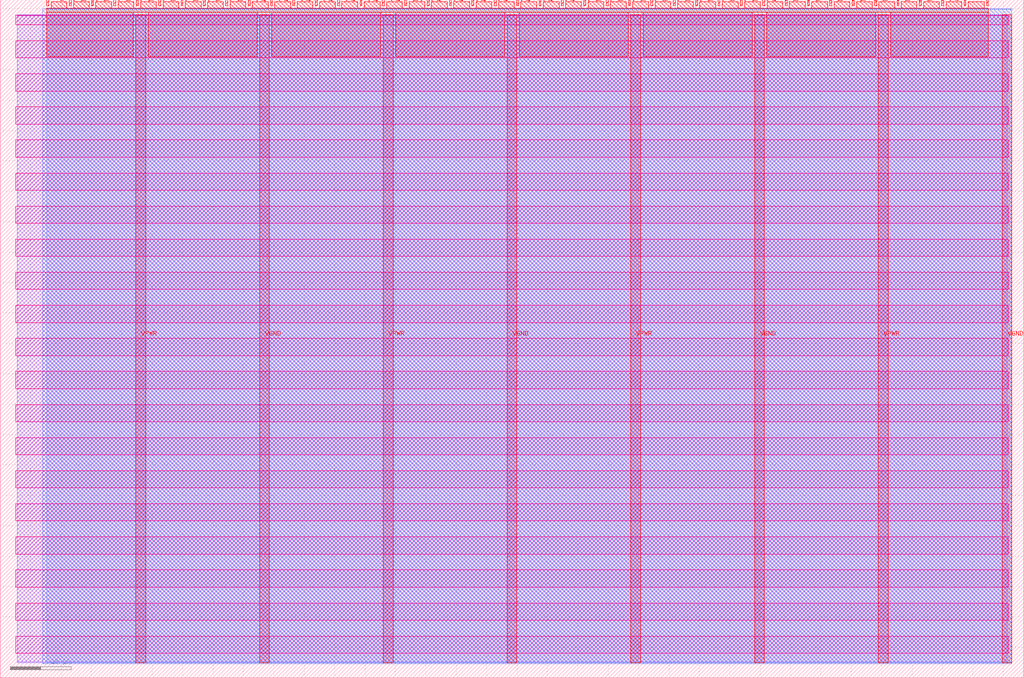
<source format=lef>
VERSION 5.7 ;
  NOWIREEXTENSIONATPIN ON ;
  DIVIDERCHAR "/" ;
  BUSBITCHARS "[]" ;
MACRO tt_um_rodrigomunoz1_rotempsensor_top
  CLASS BLOCK ;
  FOREIGN tt_um_rodrigomunoz1_rotempsensor_top ;
  ORIGIN 0.000 0.000 ;
  SIZE 168.360 BY 111.520 ;
  PIN VGND
    DIRECTION INOUT ;
    USE GROUND ;
    PORT
      LAYER met4 ;
        RECT 42.670 2.480 44.270 109.040 ;
    END
    PORT
      LAYER met4 ;
        RECT 83.380 2.480 84.980 109.040 ;
    END
    PORT
      LAYER met4 ;
        RECT 124.090 2.480 125.690 109.040 ;
    END
    PORT
      LAYER met4 ;
        RECT 164.800 2.480 166.400 109.040 ;
    END
  END VGND
  PIN VPWR
    DIRECTION INOUT ;
    USE POWER ;
    PORT
      LAYER met4 ;
        RECT 22.315 2.480 23.915 109.040 ;
    END
    PORT
      LAYER met4 ;
        RECT 63.025 2.480 64.625 109.040 ;
    END
    PORT
      LAYER met4 ;
        RECT 103.735 2.480 105.335 109.040 ;
    END
    PORT
      LAYER met4 ;
        RECT 144.445 2.480 146.045 109.040 ;
    END
  END VPWR
  PIN clk
    DIRECTION INPUT ;
    USE SIGNAL ;
    ANTENNAGATEAREA 0.159000 ;
    PORT
      LAYER met4 ;
        RECT 158.550 110.520 158.850 111.520 ;
    END
  END clk
  PIN ena
    DIRECTION INPUT ;
    USE SIGNAL ;
    ANTENNAGATEAREA 0.159000 ;
    PORT
      LAYER met4 ;
        RECT 162.230 110.520 162.530 111.520 ;
    END
  END ena
  PIN rst_n
    DIRECTION INPUT ;
    USE SIGNAL ;
    ANTENNAGATEAREA 0.159000 ;
    PORT
      LAYER met4 ;
        RECT 154.870 110.520 155.170 111.520 ;
    END
  END rst_n
  PIN ui_in[0]
    DIRECTION INPUT ;
    USE SIGNAL ;
    ANTENNAGATEAREA 0.196500 ;
    PORT
      LAYER met4 ;
        RECT 151.190 110.520 151.490 111.520 ;
    END
  END ui_in[0]
  PIN ui_in[1]
    DIRECTION INPUT ;
    USE SIGNAL ;
    ANTENNAGATEAREA 0.196500 ;
    PORT
      LAYER met4 ;
        RECT 147.510 110.520 147.810 111.520 ;
    END
  END ui_in[1]
  PIN ui_in[2]
    DIRECTION INPUT ;
    USE SIGNAL ;
    ANTENNAGATEAREA 0.126000 ;
    PORT
      LAYER met4 ;
        RECT 143.830 110.520 144.130 111.520 ;
    END
  END ui_in[2]
  PIN ui_in[3]
    DIRECTION INPUT ;
    USE SIGNAL ;
    ANTENNAGATEAREA 0.196500 ;
    PORT
      LAYER met4 ;
        RECT 140.150 110.520 140.450 111.520 ;
    END
  END ui_in[3]
  PIN ui_in[4]
    DIRECTION INPUT ;
    USE SIGNAL ;
    ANTENNAGATEAREA 0.196500 ;
    PORT
      LAYER met4 ;
        RECT 136.470 110.520 136.770 111.520 ;
    END
  END ui_in[4]
  PIN ui_in[5]
    DIRECTION INPUT ;
    USE SIGNAL ;
    ANTENNAGATEAREA 0.196500 ;
    PORT
      LAYER met4 ;
        RECT 132.790 110.520 133.090 111.520 ;
    END
  END ui_in[5]
  PIN ui_in[6]
    DIRECTION INPUT ;
    USE SIGNAL ;
    ANTENNAGATEAREA 0.196500 ;
    PORT
      LAYER met4 ;
        RECT 129.110 110.520 129.410 111.520 ;
    END
  END ui_in[6]
  PIN ui_in[7]
    DIRECTION INPUT ;
    USE SIGNAL ;
    ANTENNAGATEAREA 0.196500 ;
    PORT
      LAYER met4 ;
        RECT 125.430 110.520 125.730 111.520 ;
    END
  END ui_in[7]
  PIN uio_in[0]
    DIRECTION INPUT ;
    USE SIGNAL ;
    PORT
      LAYER met4 ;
        RECT 121.750 110.520 122.050 111.520 ;
    END
  END uio_in[0]
  PIN uio_in[1]
    DIRECTION INPUT ;
    USE SIGNAL ;
    PORT
      LAYER met4 ;
        RECT 118.070 110.520 118.370 111.520 ;
    END
  END uio_in[1]
  PIN uio_in[2]
    DIRECTION INPUT ;
    USE SIGNAL ;
    PORT
      LAYER met4 ;
        RECT 114.390 110.520 114.690 111.520 ;
    END
  END uio_in[2]
  PIN uio_in[3]
    DIRECTION INPUT ;
    USE SIGNAL ;
    PORT
      LAYER met4 ;
        RECT 110.710 110.520 111.010 111.520 ;
    END
  END uio_in[3]
  PIN uio_in[4]
    DIRECTION INPUT ;
    USE SIGNAL ;
    PORT
      LAYER met4 ;
        RECT 107.030 110.520 107.330 111.520 ;
    END
  END uio_in[4]
  PIN uio_in[5]
    DIRECTION INPUT ;
    USE SIGNAL ;
    PORT
      LAYER met4 ;
        RECT 103.350 110.520 103.650 111.520 ;
    END
  END uio_in[5]
  PIN uio_in[6]
    DIRECTION INPUT ;
    USE SIGNAL ;
    PORT
      LAYER met4 ;
        RECT 99.670 110.520 99.970 111.520 ;
    END
  END uio_in[6]
  PIN uio_in[7]
    DIRECTION INPUT ;
    USE SIGNAL ;
    PORT
      LAYER met4 ;
        RECT 95.990 110.520 96.290 111.520 ;
    END
  END uio_in[7]
  PIN uio_oe[0]
    DIRECTION OUTPUT TRISTATE ;
    USE SIGNAL ;
    PORT
      LAYER met4 ;
        RECT 33.430 110.520 33.730 111.520 ;
    END
  END uio_oe[0]
  PIN uio_oe[1]
    DIRECTION OUTPUT TRISTATE ;
    USE SIGNAL ;
    PORT
      LAYER met4 ;
        RECT 29.750 110.520 30.050 111.520 ;
    END
  END uio_oe[1]
  PIN uio_oe[2]
    DIRECTION OUTPUT TRISTATE ;
    USE SIGNAL ;
    PORT
      LAYER met4 ;
        RECT 26.070 110.520 26.370 111.520 ;
    END
  END uio_oe[2]
  PIN uio_oe[3]
    DIRECTION OUTPUT TRISTATE ;
    USE SIGNAL ;
    PORT
      LAYER met4 ;
        RECT 22.390 110.520 22.690 111.520 ;
    END
  END uio_oe[3]
  PIN uio_oe[4]
    DIRECTION OUTPUT TRISTATE ;
    USE SIGNAL ;
    PORT
      LAYER met4 ;
        RECT 18.710 110.520 19.010 111.520 ;
    END
  END uio_oe[4]
  PIN uio_oe[5]
    DIRECTION OUTPUT TRISTATE ;
    USE SIGNAL ;
    PORT
      LAYER met4 ;
        RECT 15.030 110.520 15.330 111.520 ;
    END
  END uio_oe[5]
  PIN uio_oe[6]
    DIRECTION OUTPUT TRISTATE ;
    USE SIGNAL ;
    PORT
      LAYER met4 ;
        RECT 11.350 110.520 11.650 111.520 ;
    END
  END uio_oe[6]
  PIN uio_oe[7]
    DIRECTION OUTPUT TRISTATE ;
    USE SIGNAL ;
    PORT
      LAYER met4 ;
        RECT 7.670 110.520 7.970 111.520 ;
    END
  END uio_oe[7]
  PIN uio_out[0]
    DIRECTION OUTPUT TRISTATE ;
    USE SIGNAL ;
    ANTENNADIFFAREA 0.445500 ;
    PORT
      LAYER met4 ;
        RECT 62.870 110.520 63.170 111.520 ;
    END
  END uio_out[0]
  PIN uio_out[1]
    DIRECTION OUTPUT TRISTATE ;
    USE SIGNAL ;
    ANTENNADIFFAREA 0.445500 ;
    PORT
      LAYER met4 ;
        RECT 59.190 110.520 59.490 111.520 ;
    END
  END uio_out[1]
  PIN uio_out[2]
    DIRECTION OUTPUT TRISTATE ;
    USE SIGNAL ;
    ANTENNADIFFAREA 0.445500 ;
    PORT
      LAYER met4 ;
        RECT 55.510 110.520 55.810 111.520 ;
    END
  END uio_out[2]
  PIN uio_out[3]
    DIRECTION OUTPUT TRISTATE ;
    USE SIGNAL ;
    ANTENNADIFFAREA 0.445500 ;
    PORT
      LAYER met4 ;
        RECT 51.830 110.520 52.130 111.520 ;
    END
  END uio_out[3]
  PIN uio_out[4]
    DIRECTION OUTPUT TRISTATE ;
    USE SIGNAL ;
    ANTENNADIFFAREA 0.445500 ;
    PORT
      LAYER met4 ;
        RECT 48.150 110.520 48.450 111.520 ;
    END
  END uio_out[4]
  PIN uio_out[5]
    DIRECTION OUTPUT TRISTATE ;
    USE SIGNAL ;
    ANTENNADIFFAREA 0.445500 ;
    PORT
      LAYER met4 ;
        RECT 44.470 110.520 44.770 111.520 ;
    END
  END uio_out[5]
  PIN uio_out[6]
    DIRECTION OUTPUT TRISTATE ;
    USE SIGNAL ;
    ANTENNADIFFAREA 0.445500 ;
    PORT
      LAYER met4 ;
        RECT 40.790 110.520 41.090 111.520 ;
    END
  END uio_out[6]
  PIN uio_out[7]
    DIRECTION OUTPUT TRISTATE ;
    USE SIGNAL ;
    ANTENNADIFFAREA 0.445500 ;
    PORT
      LAYER met4 ;
        RECT 37.110 110.520 37.410 111.520 ;
    END
  END uio_out[7]
  PIN uo_out[0]
    DIRECTION OUTPUT TRISTATE ;
    USE SIGNAL ;
    ANTENNADIFFAREA 0.445500 ;
    PORT
      LAYER met4 ;
        RECT 92.310 110.520 92.610 111.520 ;
    END
  END uo_out[0]
  PIN uo_out[1]
    DIRECTION OUTPUT TRISTATE ;
    USE SIGNAL ;
    ANTENNADIFFAREA 0.445500 ;
    PORT
      LAYER met4 ;
        RECT 88.630 110.520 88.930 111.520 ;
    END
  END uo_out[1]
  PIN uo_out[2]
    DIRECTION OUTPUT TRISTATE ;
    USE SIGNAL ;
    ANTENNADIFFAREA 0.445500 ;
    PORT
      LAYER met4 ;
        RECT 84.950 110.520 85.250 111.520 ;
    END
  END uo_out[2]
  PIN uo_out[3]
    DIRECTION OUTPUT TRISTATE ;
    USE SIGNAL ;
    ANTENNADIFFAREA 0.445500 ;
    PORT
      LAYER met4 ;
        RECT 81.270 110.520 81.570 111.520 ;
    END
  END uo_out[3]
  PIN uo_out[4]
    DIRECTION OUTPUT TRISTATE ;
    USE SIGNAL ;
    ANTENNADIFFAREA 0.445500 ;
    PORT
      LAYER met4 ;
        RECT 77.590 110.520 77.890 111.520 ;
    END
  END uo_out[4]
  PIN uo_out[5]
    DIRECTION OUTPUT TRISTATE ;
    USE SIGNAL ;
    ANTENNADIFFAREA 0.445500 ;
    PORT
      LAYER met4 ;
        RECT 73.910 110.520 74.210 111.520 ;
    END
  END uo_out[5]
  PIN uo_out[6]
    DIRECTION OUTPUT TRISTATE ;
    USE SIGNAL ;
    ANTENNADIFFAREA 0.445500 ;
    PORT
      LAYER met4 ;
        RECT 70.230 110.520 70.530 111.520 ;
    END
  END uo_out[6]
  PIN uo_out[7]
    DIRECTION OUTPUT TRISTATE ;
    USE SIGNAL ;
    ANTENNADIFFAREA 0.445500 ;
    PORT
      LAYER met4 ;
        RECT 66.550 110.520 66.850 111.520 ;
    END
  END uo_out[7]
  OBS
      LAYER nwell ;
        RECT 2.570 107.385 165.790 108.990 ;
        RECT 2.570 101.945 165.790 104.775 ;
        RECT 2.570 96.505 165.790 99.335 ;
        RECT 2.570 91.065 165.790 93.895 ;
        RECT 2.570 85.625 165.790 88.455 ;
        RECT 2.570 80.185 165.790 83.015 ;
        RECT 2.570 74.745 165.790 77.575 ;
        RECT 2.570 69.305 165.790 72.135 ;
        RECT 2.570 63.865 165.790 66.695 ;
        RECT 2.570 58.425 165.790 61.255 ;
        RECT 2.570 52.985 165.790 55.815 ;
        RECT 2.570 47.545 165.790 50.375 ;
        RECT 2.570 42.105 165.790 44.935 ;
        RECT 2.570 36.665 165.790 39.495 ;
        RECT 2.570 31.225 165.790 34.055 ;
        RECT 2.570 25.785 165.790 28.615 ;
        RECT 2.570 20.345 165.790 23.175 ;
        RECT 2.570 14.905 165.790 17.735 ;
        RECT 2.570 9.465 165.790 12.295 ;
        RECT 2.570 4.025 165.790 6.855 ;
      LAYER li1 ;
        RECT 2.760 2.635 165.600 108.885 ;
      LAYER met1 ;
        RECT 2.760 2.480 166.400 109.040 ;
      LAYER met2 ;
        RECT 7.000 2.310 166.370 110.005 ;
      LAYER met3 ;
        RECT 7.630 2.555 166.390 109.985 ;
      LAYER met4 ;
        RECT 8.370 110.120 10.950 111.170 ;
        RECT 12.050 110.120 14.630 111.170 ;
        RECT 15.730 110.120 18.310 111.170 ;
        RECT 19.410 110.120 21.990 111.170 ;
        RECT 23.090 110.120 25.670 111.170 ;
        RECT 26.770 110.120 29.350 111.170 ;
        RECT 30.450 110.120 33.030 111.170 ;
        RECT 34.130 110.120 36.710 111.170 ;
        RECT 37.810 110.120 40.390 111.170 ;
        RECT 41.490 110.120 44.070 111.170 ;
        RECT 45.170 110.120 47.750 111.170 ;
        RECT 48.850 110.120 51.430 111.170 ;
        RECT 52.530 110.120 55.110 111.170 ;
        RECT 56.210 110.120 58.790 111.170 ;
        RECT 59.890 110.120 62.470 111.170 ;
        RECT 63.570 110.120 66.150 111.170 ;
        RECT 67.250 110.120 69.830 111.170 ;
        RECT 70.930 110.120 73.510 111.170 ;
        RECT 74.610 110.120 77.190 111.170 ;
        RECT 78.290 110.120 80.870 111.170 ;
        RECT 81.970 110.120 84.550 111.170 ;
        RECT 85.650 110.120 88.230 111.170 ;
        RECT 89.330 110.120 91.910 111.170 ;
        RECT 93.010 110.120 95.590 111.170 ;
        RECT 96.690 110.120 99.270 111.170 ;
        RECT 100.370 110.120 102.950 111.170 ;
        RECT 104.050 110.120 106.630 111.170 ;
        RECT 107.730 110.120 110.310 111.170 ;
        RECT 111.410 110.120 113.990 111.170 ;
        RECT 115.090 110.120 117.670 111.170 ;
        RECT 118.770 110.120 121.350 111.170 ;
        RECT 122.450 110.120 125.030 111.170 ;
        RECT 126.130 110.120 128.710 111.170 ;
        RECT 129.810 110.120 132.390 111.170 ;
        RECT 133.490 110.120 136.070 111.170 ;
        RECT 137.170 110.120 139.750 111.170 ;
        RECT 140.850 110.120 143.430 111.170 ;
        RECT 144.530 110.120 147.110 111.170 ;
        RECT 148.210 110.120 150.790 111.170 ;
        RECT 151.890 110.120 154.470 111.170 ;
        RECT 155.570 110.120 158.150 111.170 ;
        RECT 159.250 110.120 161.830 111.170 ;
        RECT 7.655 109.440 162.545 110.120 ;
        RECT 7.655 102.175 21.915 109.440 ;
        RECT 24.315 102.175 42.270 109.440 ;
        RECT 44.670 102.175 62.625 109.440 ;
        RECT 65.025 102.175 82.980 109.440 ;
        RECT 85.380 102.175 103.335 109.440 ;
        RECT 105.735 102.175 123.690 109.440 ;
        RECT 126.090 102.175 144.045 109.440 ;
        RECT 146.445 102.175 162.545 109.440 ;
  END
END tt_um_rodrigomunoz1_rotempsensor_top
END LIBRARY


</source>
